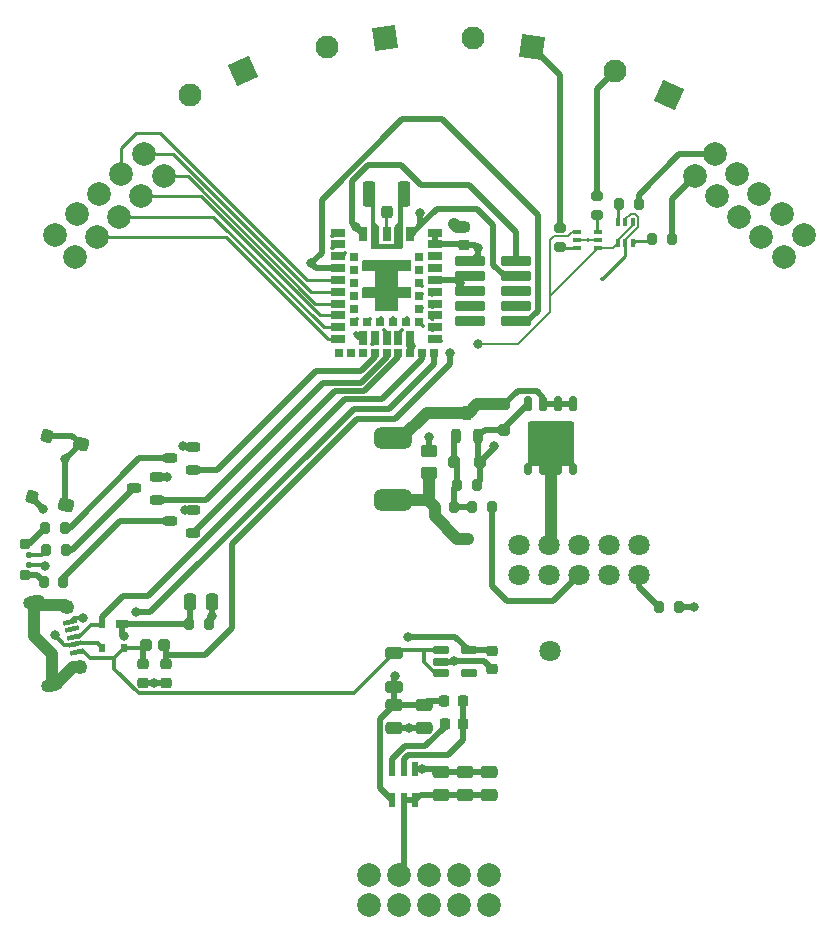
<source format=gtl>
G04 #@! TF.GenerationSoftware,KiCad,Pcbnew,7.0.1-3b83917a11~172~ubuntu22.04.1*
G04 #@! TF.CreationDate,2023-08-11T16:57:34+02:00*
G04 #@! TF.ProjectId,io_coupling_MCU_enhanced,696f5f63-6f75-4706-9c69-6e675f4d4355,rev?*
G04 #@! TF.SameCoordinates,Original*
G04 #@! TF.FileFunction,Copper,L1,Top*
G04 #@! TF.FilePolarity,Positive*
%FSLAX46Y46*%
G04 Gerber Fmt 4.6, Leading zero omitted, Abs format (unit mm)*
G04 Created by KiCad (PCBNEW 7.0.1-3b83917a11~172~ubuntu22.04.1) date 2023-08-11 16:57:34*
%MOMM*%
%LPD*%
G01*
G04 APERTURE LIST*
G04 Aperture macros list*
%AMRoundRect*
0 Rectangle with rounded corners*
0 $1 Rounding radius*
0 $2 $3 $4 $5 $6 $7 $8 $9 X,Y pos of 4 corners*
0 Add a 4 corners polygon primitive as box body*
4,1,4,$2,$3,$4,$5,$6,$7,$8,$9,$2,$3,0*
0 Add four circle primitives for the rounded corners*
1,1,$1+$1,$2,$3*
1,1,$1+$1,$4,$5*
1,1,$1+$1,$6,$7*
1,1,$1+$1,$8,$9*
0 Add four rect primitives between the rounded corners*
20,1,$1+$1,$2,$3,$4,$5,0*
20,1,$1+$1,$4,$5,$6,$7,0*
20,1,$1+$1,$6,$7,$8,$9,0*
20,1,$1+$1,$8,$9,$2,$3,0*%
%AMHorizOval*
0 Thick line with rounded ends*
0 $1 width*
0 $2 $3 position (X,Y) of the first rounded end (center of the circle)*
0 $4 $5 position (X,Y) of the second rounded end (center of the circle)*
0 Add line between two ends*
20,1,$1,$2,$3,$4,$5,0*
0 Add two circle primitives to create the rounded ends*
1,1,$1,$2,$3*
1,1,$1,$4,$5*%
%AMRotRect*
0 Rectangle, with rotation*
0 The origin of the aperture is its center*
0 $1 length*
0 $2 width*
0 $3 Rotation angle, in degrees counterclockwise*
0 Add horizontal line*
21,1,$1,$2,0,0,$3*%
G04 Aperture macros list end*
G04 #@! TA.AperFunction,SMDPad,CuDef*
%ADD10RoundRect,0.262500X-0.262500X-0.837500X0.262500X-0.837500X0.262500X0.837500X-0.262500X0.837500X0*%
G04 #@! TD*
G04 #@! TA.AperFunction,SMDPad,CuDef*
%ADD11RoundRect,0.250000X-0.250000X-0.275000X0.250000X-0.275000X0.250000X0.275000X-0.250000X0.275000X0*%
G04 #@! TD*
G04 #@! TA.AperFunction,ComponentPad*
%ADD12C,2.000000*%
G04 #@! TD*
G04 #@! TA.AperFunction,SMDPad,CuDef*
%ADD13RoundRect,0.242500X-0.257500X-0.242500X0.257500X-0.242500X0.257500X0.242500X-0.257500X0.242500X0*%
G04 #@! TD*
G04 #@! TA.AperFunction,ComponentPad*
%ADD14C,1.800000*%
G04 #@! TD*
G04 #@! TA.AperFunction,SMDPad,CuDef*
%ADD15RoundRect,0.200000X-1.110000X-0.200000X1.110000X-0.200000X1.110000X0.200000X-1.110000X0.200000X0*%
G04 #@! TD*
G04 #@! TA.AperFunction,SMDPad,CuDef*
%ADD16RoundRect,0.200000X0.200000X0.275000X-0.200000X0.275000X-0.200000X-0.275000X0.200000X-0.275000X0*%
G04 #@! TD*
G04 #@! TA.AperFunction,SMDPad,CuDef*
%ADD17RoundRect,0.200000X-0.200000X-0.275000X0.200000X-0.275000X0.200000X0.275000X-0.200000X0.275000X0*%
G04 #@! TD*
G04 #@! TA.AperFunction,SMDPad,CuDef*
%ADD18RoundRect,0.250000X0.475000X-0.250000X0.475000X0.250000X-0.475000X0.250000X-0.475000X-0.250000X0*%
G04 #@! TD*
G04 #@! TA.AperFunction,SMDPad,CuDef*
%ADD19RoundRect,0.225000X0.250000X-0.225000X0.250000X0.225000X-0.250000X0.225000X-0.250000X-0.225000X0*%
G04 #@! TD*
G04 #@! TA.AperFunction,ComponentPad*
%ADD20C,1.950000*%
G04 #@! TD*
G04 #@! TA.AperFunction,ComponentPad*
%ADD21RotRect,1.950000X1.950000X188.057000*%
G04 #@! TD*
G04 #@! TA.AperFunction,SMDPad,CuDef*
%ADD22RoundRect,0.200000X0.400000X0.200000X-0.400000X0.200000X-0.400000X-0.200000X0.400000X-0.200000X0*%
G04 #@! TD*
G04 #@! TA.AperFunction,SMDPad,CuDef*
%ADD23RoundRect,0.225000X-0.250000X0.225000X-0.250000X-0.225000X0.250000X-0.225000X0.250000X0.225000X0*%
G04 #@! TD*
G04 #@! TA.AperFunction,ComponentPad*
%ADD24RotRect,1.950000X1.950000X204.171000*%
G04 #@! TD*
G04 #@! TA.AperFunction,SMDPad,CuDef*
%ADD25R,0.620000X1.220000*%
G04 #@! TD*
G04 #@! TA.AperFunction,SMDPad,CuDef*
%ADD26RoundRect,0.275000X0.428911X0.179680X-0.300293X0.355070X-0.428911X-0.179680X0.300293X-0.355070X0*%
G04 #@! TD*
G04 #@! TA.AperFunction,SMDPad,CuDef*
%ADD27RoundRect,0.250000X0.313224X0.233218X-0.172912X0.350145X-0.313224X-0.233218X0.172912X-0.350145X0*%
G04 #@! TD*
G04 #@! TA.AperFunction,SMDPad,CuDef*
%ADD28RoundRect,0.060000X-0.615000X0.240000X-0.615000X-0.240000X0.615000X-0.240000X0.615000X0.240000X0*%
G04 #@! TD*
G04 #@! TA.AperFunction,SMDPad,CuDef*
%ADD29RoundRect,0.250000X-0.475000X0.250000X-0.475000X-0.250000X0.475000X-0.250000X0.475000X0.250000X0*%
G04 #@! TD*
G04 #@! TA.AperFunction,SMDPad,CuDef*
%ADD30RoundRect,0.225000X-0.225000X-0.250000X0.225000X-0.250000X0.225000X0.250000X-0.225000X0.250000X0*%
G04 #@! TD*
G04 #@! TA.AperFunction,SMDPad,CuDef*
%ADD31R,0.700000X0.700000*%
G04 #@! TD*
G04 #@! TA.AperFunction,SMDPad,CuDef*
%ADD32R,0.500000X0.500000*%
G04 #@! TD*
G04 #@! TA.AperFunction,SMDPad,CuDef*
%ADD33R,0.700000X1.150000*%
G04 #@! TD*
G04 #@! TA.AperFunction,SMDPad,CuDef*
%ADD34R,0.500000X0.700000*%
G04 #@! TD*
G04 #@! TA.AperFunction,SMDPad,CuDef*
%ADD35R,1.150000X0.700000*%
G04 #@! TD*
G04 #@! TA.AperFunction,SMDPad,CuDef*
%ADD36R,0.700000X0.500000*%
G04 #@! TD*
G04 #@! TA.AperFunction,SMDPad,CuDef*
%ADD37RoundRect,0.075000X-0.075000X-0.275000X0.075000X-0.275000X0.075000X0.275000X-0.075000X0.275000X0*%
G04 #@! TD*
G04 #@! TA.AperFunction,SMDPad,CuDef*
%ADD38RoundRect,0.250000X-0.450000X0.262500X-0.450000X-0.262500X0.450000X-0.262500X0.450000X0.262500X0*%
G04 #@! TD*
G04 #@! TA.AperFunction,SMDPad,CuDef*
%ADD39R,0.600000X0.700000*%
G04 #@! TD*
G04 #@! TA.AperFunction,SMDPad,CuDef*
%ADD40R,1.000000X0.700000*%
G04 #@! TD*
G04 #@! TA.AperFunction,SMDPad,CuDef*
%ADD41RoundRect,0.075000X0.275000X-0.075000X0.275000X0.075000X-0.275000X0.075000X-0.275000X-0.075000X0*%
G04 #@! TD*
G04 #@! TA.AperFunction,ComponentPad*
%ADD42RotRect,1.950000X1.950000X171.943000*%
G04 #@! TD*
G04 #@! TA.AperFunction,SMDPad,CuDef*
%ADD43RoundRect,0.200000X0.275000X-0.200000X0.275000X0.200000X-0.275000X0.200000X-0.275000X-0.200000X0*%
G04 #@! TD*
G04 #@! TA.AperFunction,SMDPad,CuDef*
%ADD44RoundRect,0.250000X0.250000X0.250000X-0.250000X0.250000X-0.250000X-0.250000X0.250000X-0.250000X0*%
G04 #@! TD*
G04 #@! TA.AperFunction,SMDPad,CuDef*
%ADD45RoundRect,0.218750X0.218750X0.256250X-0.218750X0.256250X-0.218750X-0.256250X0.218750X-0.256250X0*%
G04 #@! TD*
G04 #@! TA.AperFunction,SMDPad,CuDef*
%ADD46RoundRect,0.152500X-0.152500X0.357500X-0.152500X-0.357500X0.152500X-0.357500X0.152500X0.357500X0*%
G04 #@! TD*
G04 #@! TA.AperFunction,SMDPad,CuDef*
%ADD47RoundRect,0.190500X-1.764500X1.714500X-1.764500X-1.714500X1.764500X-1.714500X1.764500X1.714500X0*%
G04 #@! TD*
G04 #@! TA.AperFunction,SMDPad,CuDef*
%ADD48RoundRect,0.075000X-0.675000X0.675000X-0.675000X-0.675000X0.675000X-0.675000X0.675000X0.675000X0*%
G04 #@! TD*
G04 #@! TA.AperFunction,SMDPad,CuDef*
%ADD49RoundRect,0.152500X-0.152500X0.482500X-0.152500X-0.482500X0.152500X-0.482500X0.152500X0.482500X0*%
G04 #@! TD*
G04 #@! TA.AperFunction,SMDPad,CuDef*
%ADD50RoundRect,0.445000X1.130000X-0.445000X1.130000X0.445000X-1.130000X0.445000X-1.130000X-0.445000X0*%
G04 #@! TD*
G04 #@! TA.AperFunction,SMDPad,CuDef*
%ADD51RoundRect,0.250000X-0.250000X-0.475000X0.250000X-0.475000X0.250000X0.475000X-0.250000X0.475000X0*%
G04 #@! TD*
G04 #@! TA.AperFunction,SMDPad,CuDef*
%ADD52RoundRect,0.250000X-0.250000X0.250000X-0.250000X-0.250000X0.250000X-0.250000X0.250000X0.250000X0*%
G04 #@! TD*
G04 #@! TA.AperFunction,ComponentPad*
%ADD53HorizOval,1.100000X0.390988X0.084428X-0.390988X-0.084428X0*%
G04 #@! TD*
G04 #@! TA.AperFunction,ComponentPad*
%ADD54C,1.250000*%
G04 #@! TD*
G04 #@! TA.AperFunction,SMDPad,CuDef*
%ADD55RoundRect,0.100000X0.534279X0.013064X0.492065X0.208558X-0.534279X-0.013064X-0.492065X-0.208558X0*%
G04 #@! TD*
G04 #@! TA.AperFunction,ComponentPad*
%ADD56RotRect,1.950000X1.950000X155.828000*%
G04 #@! TD*
G04 #@! TA.AperFunction,SMDPad,CuDef*
%ADD57RoundRect,0.250000X0.500000X-0.250000X0.500000X0.250000X-0.500000X0.250000X-0.500000X-0.250000X0*%
G04 #@! TD*
G04 #@! TA.AperFunction,SMDPad,CuDef*
%ADD58RoundRect,0.200000X0.200000X-0.400000X0.200000X0.400000X-0.200000X0.400000X-0.200000X-0.400000X0*%
G04 #@! TD*
G04 #@! TA.AperFunction,SMDPad,CuDef*
%ADD59RoundRect,0.212500X0.237500X-0.212500X0.237500X0.212500X-0.237500X0.212500X-0.237500X-0.212500X0*%
G04 #@! TD*
G04 #@! TA.AperFunction,SMDPad,CuDef*
%ADD60RoundRect,0.112500X0.137500X-0.112500X0.137500X0.112500X-0.137500X0.112500X-0.137500X-0.112500X0*%
G04 #@! TD*
G04 #@! TA.AperFunction,ViaPad*
%ADD61C,0.350000*%
G04 #@! TD*
G04 #@! TA.AperFunction,ViaPad*
%ADD62C,0.800000*%
G04 #@! TD*
G04 #@! TA.AperFunction,Conductor*
%ADD63C,0.250000*%
G04 #@! TD*
G04 #@! TA.AperFunction,Conductor*
%ADD64C,0.500000*%
G04 #@! TD*
G04 #@! TA.AperFunction,Conductor*
%ADD65C,1.000000*%
G04 #@! TD*
G04 #@! TA.AperFunction,Conductor*
%ADD66C,0.300000*%
G04 #@! TD*
G04 #@! TA.AperFunction,Conductor*
%ADD67C,0.200000*%
G04 #@! TD*
G04 APERTURE END LIST*
D10*
X-2125000Y30998800D03*
X-5075000Y30998800D03*
D11*
X-3600000Y29473800D03*
D12*
X-5080000Y-26670000D03*
X-5080000Y-29210000D03*
D13*
X-22465000Y-7200000D03*
X-23935000Y-7200000D03*
D14*
X17780000Y1270000D03*
X17780000Y-1270000D03*
X15240000Y1270000D03*
X15240000Y-1270000D03*
X12700000Y1270000D03*
X12700000Y-1270000D03*
X10160000Y1270000D03*
X10160000Y-1270000D03*
X7620000Y1270000D03*
X7620000Y-1270000D03*
D12*
X-30015518Y25650396D03*
X-31719389Y27534123D03*
X-28131792Y27354266D03*
X-29835662Y29237993D03*
X-26248065Y29058137D03*
X-27951935Y30941863D03*
X-24364338Y30762007D03*
X-26068208Y32645734D03*
X-22480611Y32465877D03*
X-24184482Y34349604D03*
X31719432Y27534204D03*
X30015594Y25650447D03*
X29835675Y29238041D03*
X28131838Y27354284D03*
X27951919Y30941878D03*
X26248081Y29058122D03*
X26068162Y32645716D03*
X24364325Y30761959D03*
X24184406Y34349553D03*
X22480568Y32465796D03*
D15*
X7365000Y20184000D03*
X3485000Y20184000D03*
X7365000Y21454000D03*
X3485000Y21454000D03*
X7365000Y22724000D03*
X3485000Y22724000D03*
X7365000Y23994000D03*
X3485000Y23994000D03*
X7365000Y25264000D03*
X3485000Y25264000D03*
D14*
X10200000Y-7700000D03*
D16*
X19475000Y-4000000D03*
X21125000Y-4000000D03*
D17*
X5299000Y4459000D03*
X3649000Y4459000D03*
D18*
X3048000Y-17973000D03*
X3048000Y-19873000D03*
D19*
X2925000Y28199000D03*
X2925000Y26649000D03*
D17*
X-18675000Y-5400000D03*
X-20325000Y-5400000D03*
D20*
X-8675323Y43449605D03*
D21*
X-3724677Y44150395D03*
D22*
X-21952000Y8590000D03*
X-19952000Y9540000D03*
X-19952000Y7640000D03*
D18*
X5080000Y-17973000D03*
X5080000Y-19873000D03*
D23*
X-24216000Y-10388000D03*
X-24216000Y-8838000D03*
D20*
X-20280819Y39376347D03*
D24*
X-15719181Y41423653D03*
D23*
X-22311000Y-10388000D03*
X-22311000Y-8838000D03*
D25*
X-3109000Y-17750000D03*
X-2159000Y-17750000D03*
X-1209000Y-17750000D03*
X-1209000Y-20350000D03*
X-2159000Y-20350000D03*
X-3109000Y-20350000D03*
D26*
X-29508018Y9822668D03*
X-30747437Y4669626D03*
D27*
X-32376221Y10512534D03*
X-33615640Y5359492D03*
D28*
X3361000Y-7677000D03*
X3361000Y-9577000D03*
X991000Y-9577000D03*
X991000Y-8627000D03*
X991000Y-7677000D03*
D17*
X-30862000Y2700000D03*
X-32512000Y2700000D03*
D29*
X-3005000Y-14215000D03*
X-3005000Y-12315000D03*
D12*
X5080000Y-26670000D03*
D30*
X2850000Y-13900000D03*
X1300000Y-13900000D03*
D12*
X0Y-26670000D03*
X-2540000Y-29210000D03*
D31*
X-5325000Y24924000D03*
D32*
X-5325000Y24924000D03*
D31*
X-4175000Y24924000D03*
D32*
X-4175000Y24924000D03*
D31*
X-3025000Y24924000D03*
D32*
X-3025000Y24924000D03*
D31*
X-1875000Y24924000D03*
D32*
X-1875000Y24924000D03*
D31*
X-4175000Y23774000D03*
D32*
X-4175000Y23774000D03*
D31*
X-3025000Y23774000D03*
D32*
X-3025000Y23774000D03*
D31*
X-5325000Y22624000D03*
D32*
X-5325000Y22624000D03*
D31*
X-4175000Y22624000D03*
D32*
X-4175000Y22624000D03*
D31*
X-3025000Y22624000D03*
D32*
X-3025000Y22624000D03*
D31*
X-1875000Y22624000D03*
D32*
X-1875000Y22624000D03*
D31*
X-4175000Y21474000D03*
D32*
X-4175000Y21474000D03*
D31*
X-3025000Y21474000D03*
D32*
X-3025000Y21474000D03*
D31*
X400000Y17549000D03*
D32*
X400000Y17549000D03*
D31*
X-600000Y17549000D03*
D32*
X-600000Y17549000D03*
D31*
X-1600000Y17549000D03*
D32*
X-1600000Y17549000D03*
D31*
X-2600000Y17549000D03*
D32*
X-2600000Y17549000D03*
D31*
X-3600000Y17549000D03*
D32*
X-3600000Y17549000D03*
D31*
X-4600000Y17549000D03*
D32*
X-4600000Y17549000D03*
D31*
X-5600000Y17549000D03*
D32*
X-5600000Y17549000D03*
D31*
X-6600000Y17549000D03*
D32*
X-6600000Y17549000D03*
D31*
X-7600000Y17549000D03*
D32*
X-7600000Y17549000D03*
D31*
X-1950000Y20149000D03*
D32*
X-1950000Y20149000D03*
D31*
X-3050000Y20149000D03*
D32*
X-3050000Y20149000D03*
D31*
X-4150000Y20149000D03*
D32*
X-4150000Y20149000D03*
D31*
X-5250000Y20149000D03*
D32*
X-5250000Y20149000D03*
D31*
X-6350000Y20149000D03*
D32*
X-6350000Y20149000D03*
D31*
X-6350000Y21249000D03*
D32*
X-6350000Y21249000D03*
D31*
X-6350000Y22349000D03*
D32*
X-6350000Y22349000D03*
D31*
X-6350000Y23449000D03*
D32*
X-6350000Y23449000D03*
D31*
X-6350000Y24549000D03*
D32*
X-6350000Y24549000D03*
D31*
X-6350000Y25649000D03*
D32*
X-6350000Y25649000D03*
D31*
X-850000Y25649000D03*
D32*
X-850000Y25649000D03*
D31*
X-850000Y24549000D03*
D32*
X-850000Y24549000D03*
D31*
X-850000Y23449000D03*
D32*
X-850000Y23449000D03*
D31*
X-850000Y22349000D03*
D32*
X-850000Y22349000D03*
D31*
X-850000Y21249000D03*
D32*
X-850000Y21249000D03*
D31*
X-850000Y20149000D03*
D32*
X-850000Y20149000D03*
D33*
X-1600000Y18774000D03*
D34*
X-1600000Y18774000D03*
D33*
X-2600000Y18774000D03*
D34*
X-2600000Y18774000D03*
D33*
X-3600000Y18774000D03*
D34*
X-3600000Y18774000D03*
D33*
X-4600000Y18774000D03*
D34*
X-4600000Y18774000D03*
D33*
X-5600000Y18774000D03*
D34*
X-5600000Y18774000D03*
D35*
X-7725000Y18699000D03*
D36*
X-7725000Y18699000D03*
D35*
X-7725000Y19699000D03*
D36*
X-7725000Y19699000D03*
D35*
X-7725000Y20699000D03*
D36*
X-7725000Y20699000D03*
D35*
X-7725000Y21699000D03*
D36*
X-7725000Y21699000D03*
D35*
X-7725000Y22699000D03*
D36*
X-7725000Y22699000D03*
D35*
X-7725000Y23699000D03*
D36*
X-7725000Y23699000D03*
D35*
X-7725000Y24699000D03*
D36*
X-7725000Y24699000D03*
D35*
X-7725000Y25699000D03*
D36*
X-7725000Y25699000D03*
D35*
X-7725000Y26699000D03*
D36*
X-7725000Y26699000D03*
D35*
X-7725000Y27699000D03*
D36*
X-7725000Y27699000D03*
D33*
X-5600000Y27624000D03*
D34*
X-5600000Y27624000D03*
D33*
X-4600000Y27624000D03*
D34*
X-4600000Y27624000D03*
D33*
X-3600000Y27624000D03*
D34*
X-3600000Y27624000D03*
D33*
X-2600000Y27624000D03*
D34*
X-2600000Y27624000D03*
D33*
X-1600000Y27624000D03*
D34*
X-1600000Y27624000D03*
D35*
X525000Y27699000D03*
D36*
X525000Y27699000D03*
D35*
X525000Y26699000D03*
D36*
X525000Y26699000D03*
D35*
X525000Y25699000D03*
D36*
X525000Y25699000D03*
D35*
X525000Y24699000D03*
D36*
X525000Y24699000D03*
D35*
X525000Y23699000D03*
D36*
X525000Y23699000D03*
D35*
X525000Y22699000D03*
D36*
X525000Y22699000D03*
D35*
X525000Y21699000D03*
D36*
X525000Y21699000D03*
D35*
X525000Y20699000D03*
D36*
X525000Y20699000D03*
D35*
X525000Y19699000D03*
D36*
X525000Y19699000D03*
D35*
X525000Y18699000D03*
D36*
X525000Y18699000D03*
D37*
X15950000Y28589000D03*
X16600000Y28589000D03*
X17250000Y28589000D03*
X17250000Y26811000D03*
X16600000Y26811000D03*
X15950000Y26811000D03*
D16*
X2379000Y6364000D03*
X4029000Y6364000D03*
D17*
X-30775000Y800000D03*
X-32425000Y800000D03*
D38*
X-14000Y7356500D03*
X-14000Y9181500D03*
D39*
X-25806000Y-7438000D03*
X-27706000Y-7438000D03*
X-27706000Y-5438000D03*
D40*
X-26006000Y-5438000D03*
D41*
X12559500Y26437500D03*
X12559500Y27087500D03*
X12559500Y27737500D03*
X14337500Y27737500D03*
X14337500Y27087500D03*
X14337500Y26437500D03*
D22*
X-25000000Y6050000D03*
X-23000000Y7000000D03*
X-23000000Y5100000D03*
D20*
X3724677Y44150395D03*
D42*
X8675323Y43449605D03*
D43*
X14211000Y30825000D03*
X14211000Y29175000D03*
D44*
X2104000Y8269000D03*
X4304000Y8269000D03*
D12*
X2540000Y-29210000D03*
D17*
X17725000Y30100000D03*
X16075000Y30100000D03*
D43*
X11048500Y28112500D03*
X11048500Y26462500D03*
D45*
X1287500Y-11995000D03*
X2862500Y-11995000D03*
D46*
X8395000Y7695000D03*
X9665000Y7695000D03*
X10935000Y7695000D03*
X12205000Y7695000D03*
D47*
X10300000Y9800000D03*
D48*
X10300000Y9800000D03*
D49*
X9665000Y13160000D03*
X10935000Y13160000D03*
X12205000Y13160000D03*
X8395000Y13160000D03*
D23*
X5300000Y-9275000D03*
X5300000Y-7725000D03*
D12*
X5080000Y-29210000D03*
D50*
X-3100000Y10315000D03*
X-3100000Y5085000D03*
D17*
X2124000Y4459000D03*
X474000Y4459000D03*
D12*
X-2540000Y-26670000D03*
D51*
X-18350000Y-3600000D03*
X-20250000Y-3600000D03*
D52*
X6379000Y10979000D03*
X6379000Y13179000D03*
D17*
X20525000Y27200000D03*
X18875000Y27200000D03*
D53*
X-33450147Y-3540436D03*
D54*
X-30648779Y-3958575D03*
X-29551221Y-9041425D03*
D53*
X-31930451Y-10578229D03*
D55*
X-30374390Y-5229287D03*
X-30237195Y-5864644D03*
X-30100000Y-6500000D03*
X-29962805Y-7135356D03*
X-29825610Y-7770713D03*
D22*
X-21952000Y3256000D03*
X-19952000Y4206000D03*
X-19952000Y2306000D03*
D12*
X2540000Y-26670000D03*
D17*
X-30975000Y-1900000D03*
X-32625000Y-1900000D03*
D56*
X20280801Y39376307D03*
D20*
X15719199Y41423693D03*
D12*
X0Y-29210000D03*
D18*
X1016000Y-17973000D03*
X1016000Y-19873000D03*
D57*
X-3000000Y-7900000D03*
X-3000000Y-10800000D03*
D58*
X3204000Y12444000D03*
X4154000Y10444000D03*
X2254000Y10444000D03*
D29*
X-465000Y-14215000D03*
X-465000Y-12315000D03*
D59*
X-34200000Y1325000D03*
D60*
X-33850000Y425000D03*
X-33850000Y-425000D03*
D59*
X-34200000Y-1325000D03*
D61*
X-7106813Y25976997D03*
D62*
X-800000Y29400000D03*
X-6188000Y28212000D03*
D61*
X-2440000Y31200000D03*
X-2440000Y30600000D03*
X-2440000Y31800000D03*
X-2440000Y30000000D03*
X-4750000Y31800000D03*
X-4750000Y31200000D03*
X-4750000Y30600000D03*
X-4750000Y30000000D03*
D62*
X22400000Y-4000000D03*
D61*
X-2460000Y29350000D03*
D62*
X-30827420Y8503266D03*
X-23300000Y-10388000D03*
X-20700000Y4200000D03*
D61*
X-4500000Y28078800D03*
D62*
X-3600000Y23200000D03*
X2622103Y23477397D03*
X2125000Y28424000D03*
D61*
X-4700000Y26578800D03*
X-3600000Y26578800D03*
X-6200000Y19100000D03*
D62*
X-29300000Y-4900000D03*
D61*
X-2450000Y26578800D03*
D62*
X-20800000Y9649500D03*
D61*
X-2450000Y28678800D03*
X-2700000Y27178800D03*
D62*
X-22200000Y7000000D03*
D61*
X-2700000Y28078800D03*
X-4750000Y29300000D03*
D62*
X-600000Y-17750000D03*
X-18350000Y-4753000D03*
X-1505853Y18123565D03*
X2100000Y-8600000D03*
D61*
X-4750000Y28678800D03*
X-4500000Y27178800D03*
D62*
X-1700000Y-14215000D03*
D61*
X-4150000Y26580000D03*
X-3100000Y26578800D03*
D62*
X3300000Y1800000D03*
X5500000Y9600000D03*
X-24500Y10397655D03*
X-2872523Y-9827477D03*
X-25800000Y-6488498D03*
X-1800000Y-6500000D03*
X4100000Y18244365D03*
X-32500000Y-500000D03*
X4100000Y26400000D03*
X-32700000Y4300000D03*
X-10000000Y25100000D03*
X-31700000Y-6400000D03*
X-24800000Y-4400000D03*
D61*
X-8200000Y27423502D03*
X-4875498Y18273502D03*
X-8200000Y26423502D03*
X-5000000Y20400000D03*
X252448Y22423502D03*
X-3782130Y19424926D03*
X200000Y21423502D03*
X-4100000Y20500000D03*
X-1900000Y20500000D03*
X-2316735Y19424874D03*
X200000Y20423502D03*
X-3100000Y20500000D03*
X13437500Y27087500D03*
X14650000Y23750000D03*
X-6100000Y20400000D03*
X-600000Y21300000D03*
X-600000Y22500000D03*
X-600000Y23200000D03*
X200000Y19423502D03*
X1000000Y18500000D03*
D62*
X1800000Y17500000D03*
D61*
X-512251Y19787749D03*
D63*
X-512251Y19787749D02*
X-849000Y20124498D01*
X-849000Y20124498D02*
X-849000Y20149000D01*
X-850000Y22349000D02*
X-751000Y22349000D01*
X-751000Y22349000D02*
X-600000Y22500000D01*
D64*
X-18350000Y-3600000D02*
X-18350000Y-4753000D01*
D63*
X-7384810Y25699000D02*
X-7106813Y25976997D01*
X-7725000Y25699000D02*
X-7384810Y25699000D01*
X-7570856Y25811823D02*
X-7612177Y25811823D01*
X-7612177Y25811823D02*
X-7725000Y25699000D01*
D64*
X-750000Y29350000D02*
X-800000Y29400000D01*
X-750000Y28350000D02*
X-750000Y29350000D01*
X-1476000Y27624000D02*
X-750000Y28350000D01*
X-750000Y28350000D02*
X624000Y29724000D01*
X-5600000Y27624000D02*
X-6500000Y28524000D01*
X-2418573Y33400000D02*
X-718573Y31700000D01*
X7365000Y27713800D02*
X7365000Y25364000D01*
X-6500000Y28524000D02*
X-6500000Y32078800D01*
X-6500000Y32078800D02*
X-5178800Y33400000D01*
X-5178800Y33400000D02*
X-2418573Y33400000D01*
X-718573Y31700000D02*
X3378800Y31700000D01*
X3378800Y31700000D02*
X7365000Y27713800D01*
X9200000Y21059761D02*
X8324239Y20184000D01*
X-2268749Y37300000D02*
X1100000Y37300000D01*
X-9100000Y26000000D02*
X-9100000Y30468749D01*
X8324239Y20184000D02*
X7365000Y20184000D01*
X-7726000Y24700000D02*
X-7725000Y24699000D01*
X-9100000Y30468749D02*
X-2268749Y37300000D01*
X-9600000Y24700000D02*
X-7726000Y24700000D01*
X-10000000Y25100000D02*
X-9100000Y26000000D01*
X-10000000Y25100000D02*
X-9600000Y24700000D01*
X9200000Y29200000D02*
X9200000Y21059761D01*
X1100000Y37300000D02*
X9200000Y29200000D01*
X19475000Y-4000000D02*
X17780000Y-2305000D01*
X17780000Y-2305000D02*
X17780000Y-1270000D01*
X21125000Y-4000000D02*
X22400000Y-4000000D01*
X-1505853Y18123565D02*
X-1600000Y18029418D01*
X-5874000Y18774000D02*
X-6200000Y19100000D01*
D65*
X2925000Y28199000D02*
X2350000Y28199000D01*
D64*
X-30197884Y10512534D02*
X-29508018Y9822668D01*
X525000Y23699000D02*
X2400500Y23699000D01*
X-20690500Y9540000D02*
X-20800000Y9649500D01*
X991000Y-8627000D02*
X2073000Y-8627000D01*
X-20694000Y4206000D02*
X-20700000Y4200000D01*
X-30827420Y8503266D02*
X-29508018Y9822668D01*
X-5600000Y18774000D02*
X-5874000Y18774000D01*
X2400500Y23699000D02*
X2622103Y23477397D01*
X-1600000Y18029418D02*
X-1600000Y17549000D01*
X2568000Y22824000D02*
X2568000Y24094000D01*
X-1600000Y18774000D02*
X-1600000Y17549000D01*
X-18350000Y-4753000D02*
X-18675000Y-5078000D01*
X-19952000Y9540000D02*
X-20690500Y9540000D01*
X3048000Y-17973000D02*
X5080000Y-17973000D01*
D66*
X-30374390Y-5229287D02*
X-30045103Y-4900000D01*
D64*
X-30747437Y4669626D02*
X-30827420Y4749609D01*
X1016000Y-17973000D02*
X3048000Y-17973000D01*
X-22311000Y-10388000D02*
X-24216000Y-10388000D01*
X-19952000Y4206000D02*
X-20694000Y4206000D01*
X2100000Y-8600000D02*
X4625000Y-8600000D01*
X-23000000Y7000000D02*
X-22200000Y7000000D01*
D66*
X-30045103Y-4900000D02*
X-29300000Y-4900000D01*
D64*
X-1209000Y-17750000D02*
X793000Y-17750000D01*
X4625000Y-8600000D02*
X5300000Y-9275000D01*
D65*
X2350000Y28199000D02*
X2125000Y28424000D01*
D64*
X-32376221Y10512534D02*
X-30197884Y10512534D01*
X793000Y-17750000D02*
X1016000Y-17973000D01*
X-465000Y-14215000D02*
X-3005000Y-14215000D01*
X-30827420Y4749609D02*
X-30827420Y8503266D01*
X2073000Y-8627000D02*
X2100000Y-8600000D01*
D65*
X10160000Y1270000D02*
X10300000Y1410000D01*
X10300000Y1410000D02*
X10300000Y9800000D01*
D64*
X-1209000Y-20350000D02*
X-2159000Y-20350000D01*
D65*
X-3100000Y5085000D02*
X-14000Y5085000D01*
D64*
X5080000Y-19873000D02*
X3048000Y-19873000D01*
D65*
X474000Y3726000D02*
X2400000Y1800000D01*
X2400000Y1800000D02*
X3300000Y1800000D01*
D64*
X-732000Y-19873000D02*
X-1209000Y-20350000D01*
X3048000Y-19873000D02*
X1016000Y-19873000D01*
X-2159000Y-26289000D02*
X-2540000Y-26670000D01*
D65*
X474000Y4459000D02*
X474000Y3726000D01*
X-14000Y5085000D02*
X-14000Y7356500D01*
X-14000Y5085000D02*
X-14000Y4947000D01*
D64*
X-2159000Y-20350000D02*
X-2159000Y-26289000D01*
X1016000Y-19873000D02*
X-732000Y-19873000D01*
D65*
X-14000Y4947000D02*
X474000Y4459000D01*
D64*
X5299000Y-2199000D02*
X6600000Y-3500000D01*
X5299000Y4459000D02*
X5299000Y-2199000D01*
X6600000Y-3500000D02*
X10470000Y-3500000D01*
X10470000Y-3500000D02*
X12700000Y-1270000D01*
X6379000Y10979000D02*
X6379000Y11144000D01*
X4300000Y6635000D02*
X4300000Y8265000D01*
X4300000Y8265000D02*
X4304000Y8269000D01*
X5500000Y9600000D02*
X5500000Y9465000D01*
X4029000Y6364000D02*
X4300000Y6635000D01*
X5500000Y9465000D02*
X4304000Y8269000D01*
X-14000Y10387155D02*
X-14000Y9181500D01*
X4154000Y8419000D02*
X4304000Y8269000D01*
X4154000Y10444000D02*
X4154000Y8419000D01*
X4689000Y10979000D02*
X4154000Y10444000D01*
X6379000Y10979000D02*
X4689000Y10979000D01*
X-24500Y10397655D02*
X-14000Y10387155D01*
X6379000Y11144000D02*
X8395000Y13160000D01*
X6379000Y13179000D02*
X7500000Y14300000D01*
D65*
X6379000Y13179000D02*
X4079000Y13179000D01*
D64*
X7500000Y14300000D02*
X9100000Y14300000D01*
X9665000Y13735000D02*
X9665000Y13160000D01*
D65*
X3344000Y12444000D02*
X4000000Y13100000D01*
X4079000Y13179000D02*
X4000000Y13100000D01*
X3204000Y12444000D02*
X-213500Y12444000D01*
X-2342500Y10315000D02*
X-3100000Y10315000D01*
D64*
X9665000Y13160000D02*
X10935000Y13160000D01*
X10935000Y13160000D02*
X12205000Y13160000D01*
D65*
X-213500Y12444000D02*
X-2342500Y10315000D01*
D64*
X9100000Y14300000D02*
X9665000Y13735000D01*
D65*
X3204000Y12444000D02*
X3344000Y12444000D01*
D64*
X2379000Y7994000D02*
X2104000Y8269000D01*
X2104000Y8269000D02*
X2104000Y10294000D01*
X2104000Y10294000D02*
X2254000Y10444000D01*
X2124000Y4459000D02*
X3649000Y4459000D01*
X2379000Y6364000D02*
X2379000Y7994000D01*
X2124000Y4459000D02*
X2124000Y6109000D01*
X2124000Y6109000D02*
X2379000Y6364000D01*
X-2068950Y-15800000D02*
X-3109000Y-16840050D01*
X-335051Y-15800000D02*
X-2068950Y-15800000D01*
X1300000Y-13900000D02*
X1300000Y-14164949D01*
X-3109000Y-16840050D02*
X-3109000Y-17750000D01*
X1300000Y-14164949D02*
X-335051Y-15800000D01*
X-1779000Y-16500000D02*
X1600000Y-16500000D01*
X2850000Y-15250000D02*
X2850000Y-13900000D01*
X-2159000Y-17750000D02*
X-2159000Y-16880000D01*
X2862500Y-13887500D02*
X2850000Y-13900000D01*
X-2159000Y-16880000D02*
X-1779000Y-16500000D01*
X2862500Y-11995000D02*
X2862500Y-13887500D01*
X1600000Y-16500000D02*
X2850000Y-15250000D01*
X-4180000Y-19279000D02*
X-3109000Y-20350000D01*
X-2872523Y-9827477D02*
X-3005000Y-9959954D01*
X1287500Y-11995000D02*
X-145000Y-11995000D01*
X-1700000Y-12315000D02*
X-3005000Y-12315000D01*
X-3005000Y-12315000D02*
X-4180000Y-13490000D01*
X-4180000Y-13490000D02*
X-4180000Y-19279000D01*
X-145000Y-11995000D02*
X-465000Y-12315000D01*
X-3005000Y-9959954D02*
X-3005000Y-12315000D01*
X-465000Y-12315000D02*
X-1700000Y-12315000D01*
D65*
X-31930451Y-7969549D02*
X-33450147Y-6449853D01*
X-31656458Y-10578229D02*
X-31930451Y-10578229D01*
D64*
X-20250000Y-5325000D02*
X-20250000Y-3700000D01*
D65*
X-31930451Y-10578229D02*
X-31930451Y-7969549D01*
X-30119654Y-9041425D02*
X-31656458Y-10578229D01*
X-30807354Y-3800000D02*
X-30648779Y-3958575D01*
D64*
X-20363000Y-5438000D02*
X-20250000Y-5325000D01*
D65*
X-33450147Y-3540436D02*
X-33190583Y-3800000D01*
X-33190583Y-3800000D02*
X-30807354Y-3800000D01*
X-33450147Y-6449853D02*
X-33450147Y-3540436D01*
D64*
X-26006000Y-5438000D02*
X-20363000Y-5438000D01*
D65*
X-29551221Y-9041425D02*
X-30119654Y-9041425D01*
D64*
X-25800000Y-6488498D02*
X-26006000Y-6282498D01*
X-26006000Y-6282498D02*
X-26006000Y-5438000D01*
X525000Y27699000D02*
X525000Y26699000D01*
X-1800000Y-6500000D02*
X2184000Y-6500000D01*
D67*
X10273500Y22373500D02*
X10273500Y22300000D01*
D64*
X3361000Y-7677000D02*
X5252000Y-7677000D01*
D67*
X12559500Y27737500D02*
X12087500Y27737500D01*
D64*
X2875000Y26699000D02*
X2925000Y26649000D01*
D67*
X14337500Y26437500D02*
X10273500Y22373500D01*
X15950000Y26811000D02*
X15950000Y27041330D01*
X10566393Y27412500D02*
X10273500Y27119607D01*
X17250000Y28341330D02*
X17250000Y28589000D01*
X10273500Y27119607D02*
X10273500Y20973500D01*
D64*
X2184000Y-6500000D02*
X3361000Y-7677000D01*
D67*
X15576500Y26437500D02*
X15950000Y26811000D01*
D64*
X3564000Y25264000D02*
X4100000Y25800000D01*
D67*
X7544365Y18244365D02*
X4100000Y18244365D01*
X15950000Y27041330D02*
X17250000Y28341330D01*
D66*
X-33850000Y-425000D02*
X-32575000Y-425000D01*
D64*
X5252000Y-7677000D02*
X5300000Y-7725000D01*
X4100000Y25800000D02*
X4100000Y26400000D01*
X3485000Y25264000D02*
X3564000Y25264000D01*
D67*
X10273500Y20973500D02*
X7544365Y18244365D01*
D64*
X525000Y26699000D02*
X2875000Y26699000D01*
X2925000Y26649000D02*
X3851000Y26649000D01*
X3851000Y26649000D02*
X4100000Y26400000D01*
D67*
X14337500Y26437500D02*
X15576500Y26437500D01*
X11762500Y27412500D02*
X10566393Y27412500D01*
D66*
X-32575000Y-425000D02*
X-32500000Y-500000D01*
D67*
X12087500Y27737500D02*
X11762500Y27412500D01*
D64*
X-24216000Y-8838000D02*
X-24216000Y-7481000D01*
D66*
X-25806000Y-7438000D02*
X-24173000Y-7438000D01*
X-28677160Y-8300000D02*
X-26668000Y-8300000D01*
X-400000Y-7630000D02*
X-400000Y-8670828D01*
X-29825610Y-7770713D02*
X-29206447Y-7770713D01*
X-400000Y-8670828D02*
X506172Y-9577000D01*
X944000Y-7630000D02*
X991000Y-7677000D01*
X-26668000Y-8300000D02*
X-26668000Y-9224173D01*
X-26668000Y-8300000D02*
X-25806000Y-7438000D01*
X-1735000Y-7630000D02*
X-400000Y-7630000D01*
X-2730000Y-7630000D02*
X-1735000Y-7630000D01*
X506172Y-9577000D02*
X991000Y-9577000D01*
X-6400000Y-11300000D02*
X-2730000Y-7630000D01*
X-24592173Y-11300000D02*
X-6400000Y-11300000D01*
X-24173000Y-7438000D02*
X-23935000Y-7200000D01*
X-1735000Y-7630000D02*
X944000Y-7630000D01*
X-29206447Y-7770713D02*
X-28677160Y-8300000D01*
X-26668000Y-9224173D02*
X-24592173Y-11300000D01*
D64*
X-24216000Y-7481000D02*
X-23935000Y-7200000D01*
X-1600000Y27624000D02*
X-1476000Y27624000D01*
X5425000Y24974761D02*
X6305761Y24094000D01*
X4054800Y29724000D02*
X5425000Y28353800D01*
X624000Y29724000D02*
X4054800Y29724000D01*
X5425000Y28353800D02*
X5425000Y24974761D01*
X-33615640Y5359492D02*
X-33615640Y5215640D01*
X-33615640Y5215640D02*
X-32700000Y4300000D01*
X-600000Y17549000D02*
X-600000Y17000000D01*
X-4000000Y13600000D02*
X-7138761Y13600000D01*
X-25948528Y-3100000D02*
X-27706000Y-4857472D01*
X-27706000Y-4857472D02*
X-27706000Y-5438000D01*
X-600000Y17000000D02*
X-4000000Y13600000D01*
D66*
X-29626224Y-6500000D02*
X-28626224Y-5500000D01*
D64*
X-7138761Y13600000D02*
X-23838761Y-3100000D01*
D66*
X-30100000Y-6500000D02*
X-29626224Y-6500000D01*
X-27768000Y-5500000D02*
X-27706000Y-5438000D01*
D64*
X-23838761Y-3100000D02*
X-25948528Y-3100000D01*
D66*
X-28626224Y-5500000D02*
X-27768000Y-5500000D01*
X-29910399Y-7082950D02*
X-28061050Y-7082950D01*
X-28061050Y-7082950D02*
X-27706000Y-7438000D01*
D64*
X-23600000Y-4400000D02*
X-6400000Y12800000D01*
D66*
X-30912237Y-7187763D02*
X-31700000Y-6400000D01*
D64*
X-6400000Y12800000D02*
X-3400000Y12800000D01*
D66*
X-29962805Y-7135356D02*
X-30015212Y-7187763D01*
X-29962805Y-7135356D02*
X-29910399Y-7082950D01*
X-30015212Y-7187763D02*
X-30912237Y-7187763D01*
D64*
X-24800000Y-4400000D02*
X-23600000Y-4400000D01*
X-3400000Y12800000D02*
X400000Y16600000D01*
X400000Y16600000D02*
X400000Y17549000D01*
X-33200000Y-1325000D02*
X-32625000Y-1900000D01*
X-34200000Y-1325000D02*
X-33200000Y-1325000D01*
D66*
X-32800000Y425000D02*
X-32425000Y800000D01*
X-33850000Y425000D02*
X-32800000Y425000D01*
D64*
X-33887000Y1325000D02*
X-32512000Y2700000D01*
X-34200000Y1325000D02*
X-33887000Y1325000D01*
X-9000000Y15000000D02*
X-5789950Y15000000D01*
X-3600000Y17189950D02*
X-3600000Y17549000D01*
X-5789950Y15000000D02*
X-3600000Y17189950D01*
X-23000000Y5100000D02*
X-18900000Y5100000D01*
X-18900000Y5100000D02*
X-9000000Y15000000D01*
X-26145000Y3256000D02*
X-21952000Y3256000D01*
X-30975000Y-1574000D02*
X-26145000Y3256000D01*
X-30975000Y-1900000D02*
X-30975000Y-1574000D01*
X-17960000Y7640000D02*
X-9600000Y16000000D01*
X-19952000Y7640000D02*
X-17960000Y7640000D01*
X-4600000Y17200000D02*
X-4600000Y17549000D01*
X-5800000Y16000000D02*
X-4600000Y17200000D01*
X-9600000Y16000000D02*
X-5800000Y16000000D01*
X-30775000Y800000D02*
X-30250000Y800000D01*
X-30250000Y800000D02*
X-25000000Y6050000D01*
X-2600000Y17200000D02*
X-2600000Y17549000D01*
X-5500000Y14300000D02*
X-2600000Y17200000D01*
X-7958000Y14300000D02*
X-5500000Y14300000D01*
X-19952000Y2306000D02*
X-7958000Y14300000D01*
X-30448000Y2700000D02*
X-24558000Y8590000D01*
X-30862000Y2700000D02*
X-30448000Y2700000D01*
X-24558000Y8590000D02*
X-21952000Y8590000D01*
D63*
X-19340215Y30762007D02*
X-24364338Y30762007D01*
X-7725000Y20699000D02*
X-9277208Y20699000D01*
X-9277208Y20699000D02*
X-19340215Y30762007D01*
X-7725000Y27699000D02*
X-7924502Y27699000D01*
X-7924502Y27699000D02*
X-8200000Y27423502D01*
X-4875498Y18273502D02*
X-4600000Y18549000D01*
X-4600000Y18549000D02*
X-4600000Y18774000D01*
X-7725000Y26699000D02*
X-7924502Y26699000D01*
X-7924502Y26699000D02*
X-8200000Y26423502D01*
X-8550000Y18699000D02*
X-17205266Y27354266D01*
X-7725000Y18699000D02*
X-8550000Y18699000D01*
X-17205266Y27354266D02*
X-28131792Y27354266D01*
X-18272741Y29058137D02*
X-26248065Y29058137D01*
X-8913604Y19699000D02*
X-18272741Y29058137D01*
X-7725000Y19699000D02*
X-8913604Y19699000D01*
X-10368020Y23699000D02*
X-22769020Y36100000D01*
X-26068208Y34831792D02*
X-26068208Y32645734D01*
X-7725000Y23699000D02*
X-10368020Y23699000D01*
X-22769020Y36100000D02*
X-24800000Y36100000D01*
X-24800000Y36100000D02*
X-26068208Y34831792D01*
X-5250000Y20150000D02*
X-5000000Y20400000D01*
X-5250000Y20149000D02*
X-5250000Y20150000D01*
X-3782130Y19424926D02*
X-3600000Y19242796D01*
X-3600000Y19242796D02*
X-3600000Y18774000D01*
X200000Y21423502D02*
X249502Y21423502D01*
X249502Y21423502D02*
X525000Y21699000D01*
X-4150000Y20149000D02*
X-4150000Y20450000D01*
X-4150000Y20450000D02*
X-4100000Y20500000D01*
X-1950000Y20149000D02*
X-1950000Y20450000D01*
X-1950000Y20450000D02*
X-1900000Y20500000D01*
D66*
X-2316735Y19424874D02*
X-2600000Y19141609D01*
X-2600000Y18774000D02*
X-2600000Y19078800D01*
X-2600000Y19141609D02*
X-2600000Y18774000D01*
D63*
X249502Y20423502D02*
X525000Y20699000D01*
X200000Y20423502D02*
X249502Y20423502D01*
D67*
X12559500Y27087500D02*
X13437500Y27087500D01*
X13437500Y27087500D02*
X14337500Y27087500D01*
D63*
X-3050000Y20149000D02*
X-3050000Y20450000D01*
X-3050000Y20450000D02*
X-3100000Y20500000D01*
X14211000Y27864000D02*
X14337500Y27737500D01*
X14211000Y29175000D02*
X14211000Y27864000D01*
X12559500Y26437500D02*
X11073500Y26437500D01*
X11073500Y26437500D02*
X11048500Y26462500D01*
X-6350000Y20150000D02*
X-6100000Y20400000D01*
X16600000Y26811000D02*
X16600000Y25700000D01*
D67*
X16600000Y27058670D02*
X17700000Y28158670D01*
X16600000Y28819330D02*
X16600000Y28589000D01*
X17080670Y29300000D02*
X16600000Y28819330D01*
X17700000Y29019330D02*
X17419330Y29300000D01*
X17700000Y28158670D02*
X17700000Y29019330D01*
X17419330Y29300000D02*
X17080670Y29300000D01*
D63*
X-6350000Y20149000D02*
X-6350000Y20150000D01*
D67*
X16600000Y26811000D02*
X16600000Y27058670D01*
D63*
X16600000Y25700000D02*
X14650000Y23750000D01*
X17250000Y26811000D02*
X17439000Y27000000D01*
X18675000Y27000000D02*
X18875000Y27200000D01*
X17439000Y27000000D02*
X18675000Y27000000D01*
X15950000Y29775000D02*
X16075000Y29900000D01*
X15950000Y28589000D02*
X15950000Y29775000D01*
X-850000Y21249000D02*
X-651000Y21249000D01*
X-651000Y21249000D02*
X-600000Y21300000D01*
D64*
X11048500Y41076428D02*
X8675323Y43449605D01*
X11048500Y28112500D02*
X11048500Y41076428D01*
X14211000Y30825000D02*
X14200000Y30836000D01*
X14200000Y30836000D02*
X14200000Y39904494D01*
X14200000Y39904494D02*
X15719199Y41423693D01*
D63*
X-849000Y23449000D02*
X-600000Y23200000D01*
X200000Y19423502D02*
X249502Y19423502D01*
D64*
X21149604Y34349604D02*
X24184482Y34349604D01*
X17725000Y30925000D02*
X21149604Y34349604D01*
X17725000Y30100000D02*
X17725000Y30925000D01*
D63*
X249502Y19423502D02*
X525000Y19699000D01*
X525000Y18699000D02*
X801000Y18699000D01*
X801000Y18699000D02*
X1000000Y18500000D01*
D64*
X20525000Y27200000D02*
X20525000Y30510266D01*
X20525000Y30510266D02*
X22480611Y32465877D01*
X-19000000Y-8100000D02*
X-16700000Y-5800000D01*
X-6100000Y11900000D02*
X-2900000Y11900000D01*
X-16700000Y1300000D02*
X-6100000Y11900000D01*
X1800000Y16600000D02*
X1800000Y17500000D01*
X-2900000Y11900000D02*
X1800000Y16600000D01*
X-22311000Y-8100000D02*
X-19000000Y-8100000D01*
X-22311000Y-8100000D02*
X-22311000Y-7354000D01*
X-22311000Y-7354000D02*
X-22465000Y-7200000D01*
X-22311000Y-8838000D02*
X-22311000Y-8100000D01*
X-16700000Y-5800000D02*
X-16700000Y1300000D01*
D63*
X-7725000Y22699000D02*
X-10004416Y22699000D01*
X-21655020Y34349604D02*
X-24184482Y34349604D01*
X-10004416Y22699000D02*
X-21655020Y34349604D01*
X-7725000Y21699000D02*
X-9640812Y21699000D01*
X-9640812Y21699000D02*
X-20407689Y32465877D01*
X-20407689Y32465877D02*
X-22480611Y32465877D01*
G04 #@! TA.AperFunction,Conductor*
G36*
X-3512000Y29212187D02*
G01*
X-3466613Y29166800D01*
X-3450000Y29104800D01*
X-3450000Y27952800D01*
X-3466613Y27890800D01*
X-3512000Y27845413D01*
X-3574000Y27828800D01*
X-3626000Y27828800D01*
X-3688000Y27845413D01*
X-3733387Y27890800D01*
X-3750000Y27952800D01*
X-3750000Y29104800D01*
X-3733387Y29166800D01*
X-3688000Y29212187D01*
X-3626000Y29228800D01*
X-3574000Y29228800D01*
X-3512000Y29212187D01*
G37*
G04 #@! TD.AperFunction*
G04 #@! TA.AperFunction,Conductor*
G36*
X-1562000Y25362187D02*
G01*
X-1516613Y25316800D01*
X-1500000Y25254800D01*
X-1500000Y24602800D01*
X-1516613Y24540800D01*
X-1562000Y24495413D01*
X-1624000Y24478800D01*
X-2600000Y24478800D01*
X-2600000Y23078800D01*
X-1624000Y23078800D01*
X-1562000Y23062187D01*
X-1516613Y23016800D01*
X-1500000Y22954800D01*
X-1500000Y22302800D01*
X-1516613Y22240800D01*
X-1562000Y22195413D01*
X-1624000Y22178800D01*
X-2600000Y22178800D01*
X-2600000Y21202800D01*
X-2616613Y21140800D01*
X-2662000Y21095413D01*
X-2724000Y21078800D01*
X-4476000Y21078800D01*
X-4538000Y21095413D01*
X-4583387Y21140800D01*
X-4600000Y21202800D01*
X-4600000Y22178800D01*
X-5576000Y22178800D01*
X-5638000Y22195413D01*
X-5683387Y22240800D01*
X-5700000Y22302800D01*
X-5700000Y22954800D01*
X-5683387Y23016800D01*
X-5638000Y23062187D01*
X-5576000Y23078800D01*
X-4600000Y23078800D01*
X-4600000Y24478800D01*
X-5576000Y24478800D01*
X-5638000Y24495413D01*
X-5683387Y24540800D01*
X-5700000Y24602800D01*
X-5700000Y25254800D01*
X-5683387Y25316800D01*
X-5638000Y25362187D01*
X-5576000Y25378800D01*
X-1624000Y25378800D01*
X-1562000Y25362187D01*
G37*
G04 #@! TD.AperFunction*
G04 #@! TA.AperFunction,Conductor*
G36*
X-4612000Y31362187D02*
G01*
X-4566613Y31316800D01*
X-4550000Y31254800D01*
X-4550000Y28598800D01*
X-4274800Y28231867D01*
X-4256363Y28196679D01*
X-4250000Y28157467D01*
X-4250000Y26748800D01*
X-2950000Y26748800D01*
X-2950000Y28157467D01*
X-2943637Y28196679D01*
X-2925200Y28231867D01*
X-2650000Y28598800D01*
X-2650000Y30744800D01*
X-2633387Y30806800D01*
X-2588000Y30852187D01*
X-2526000Y30868800D01*
X-2374000Y30868800D01*
X-2312000Y30852187D01*
X-2266613Y30806800D01*
X-2250000Y30744800D01*
X-2250000Y26472800D01*
X-2266613Y26410800D01*
X-2312000Y26365413D01*
X-2374000Y26348800D01*
X-4826000Y26348800D01*
X-4888000Y26365413D01*
X-4933387Y26410800D01*
X-4950000Y26472800D01*
X-4950000Y31254800D01*
X-4933387Y31316800D01*
X-4888000Y31362187D01*
X-4826000Y31378800D01*
X-4674000Y31378800D01*
X-4612000Y31362187D01*
G37*
G04 #@! TD.AperFunction*
M02*

</source>
